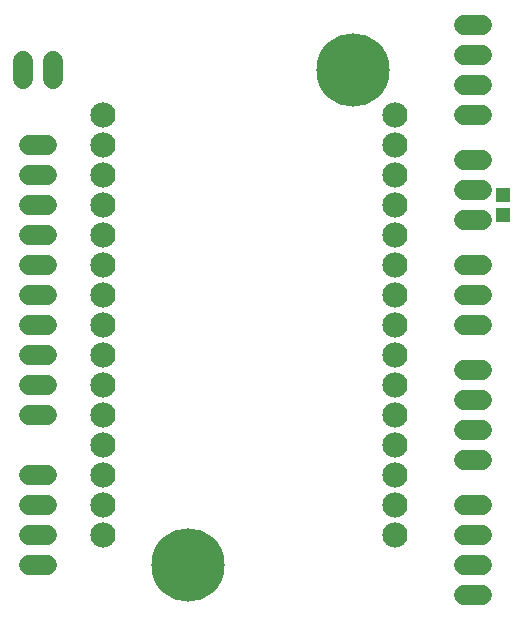
<source format=gbr>
G04 EAGLE Gerber RS-274X export*
G75*
%MOMM*%
%FSLAX34Y34*%
%LPD*%
%INSoldermask Bottom*%
%IPPOS*%
%AMOC8*
5,1,8,0,0,1.08239X$1,22.5*%
G01*
%ADD10C,2.133600*%
%ADD11C,1.727200*%
%ADD12R,1.203200X1.303200*%
%ADD13C,6.203188*%


D10*
X588500Y660500D03*
X588500Y635100D03*
X588500Y609700D03*
X588500Y584300D03*
X588500Y558900D03*
X588500Y533500D03*
X588500Y508100D03*
X588500Y482700D03*
X588500Y457300D03*
X588500Y431900D03*
X588500Y406500D03*
X588500Y381100D03*
X588500Y355700D03*
X588500Y330300D03*
X588500Y304900D03*
X836200Y660500D03*
X836200Y635100D03*
X836200Y609700D03*
X836200Y584300D03*
X836200Y558900D03*
X836200Y533500D03*
X836200Y508100D03*
X836200Y482700D03*
X836200Y457300D03*
X836200Y431900D03*
X836200Y406500D03*
X836200Y381100D03*
X836200Y355700D03*
X836200Y330300D03*
X836200Y304900D03*
D11*
X541020Y406400D02*
X525780Y406400D01*
X525780Y431800D02*
X541020Y431800D01*
X541020Y457200D02*
X525780Y457200D01*
X525780Y584200D02*
X541020Y584200D01*
X541020Y609600D02*
X525780Y609600D01*
X525780Y635000D02*
X541020Y635000D01*
X541020Y482600D02*
X525780Y482600D01*
X525780Y508000D02*
X541020Y508000D01*
X541020Y558800D02*
X525780Y558800D01*
X525780Y533400D02*
X541020Y533400D01*
X541020Y279400D02*
X525780Y279400D01*
X525780Y304800D02*
X541020Y304800D01*
X541020Y330200D02*
X525780Y330200D01*
X525780Y355600D02*
X541020Y355600D01*
X894080Y330200D02*
X909320Y330200D01*
X909320Y304800D02*
X894080Y304800D01*
X894080Y279400D02*
X909320Y279400D01*
X909320Y254000D02*
X894080Y254000D01*
X894080Y444500D02*
X909320Y444500D01*
X909320Y419100D02*
X894080Y419100D01*
X894080Y393700D02*
X909320Y393700D01*
X909320Y368300D02*
X894080Y368300D01*
X894080Y736600D02*
X909320Y736600D01*
X909320Y711200D02*
X894080Y711200D01*
X894080Y685800D02*
X909320Y685800D01*
X909320Y660400D02*
X894080Y660400D01*
X894080Y533400D02*
X909320Y533400D01*
X909320Y508000D02*
X894080Y508000D01*
X894080Y482600D02*
X909320Y482600D01*
X909320Y622300D02*
X894080Y622300D01*
X894080Y596900D02*
X909320Y596900D01*
X909320Y571500D02*
X894080Y571500D01*
D12*
X927100Y592700D03*
X927100Y575700D03*
D11*
X520700Y690880D02*
X520700Y706120D01*
X546100Y706120D02*
X546100Y690880D01*
D13*
X800100Y698500D03*
X660400Y279400D03*
M02*

</source>
